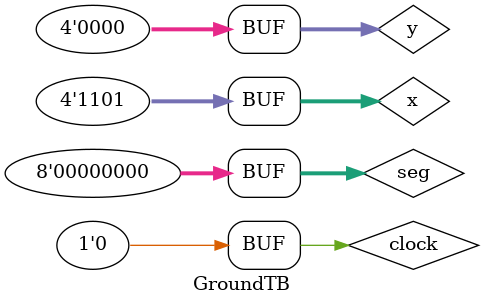
<source format=v>
`timescale 1ns / 1ps

module GroundTB();
    reg clock;
    reg[3:0] x;
    reg[3:0] y;
    wire[7:0] seg = 8'b00000000;
    PlayRenderer u0(clock, x, y, seg);
        initial begin
        clock = 0;
        x = 4'b1110;
        y = 4'b0000;
        #50;
        clock = 1;
        x = 4'b1110;
        #50;
        clock = 0;
        x = 4'b1101;
        #50;
        clock = 1;
        x = 4'b1011;
        #50;
        clock = 0;
        x = 4'b0111;
        #50;
        clock = 1;
        x = 4'b1110;
        #50;
        clock = 0;
        x = 4'b1101;
        #50;
        end
endmodule

</source>
